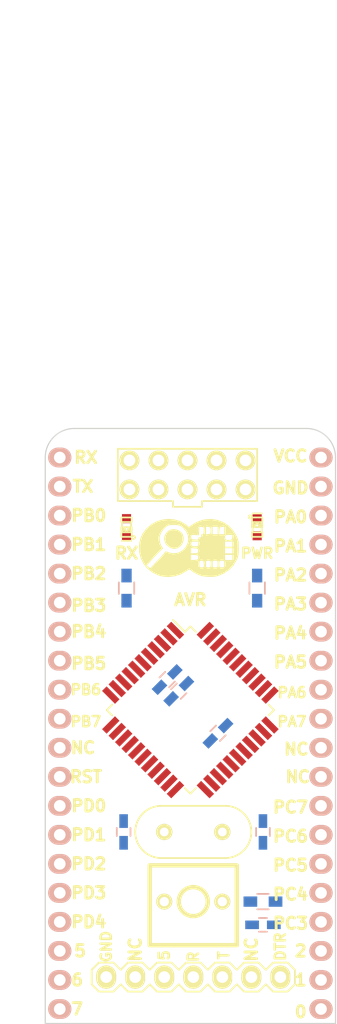
<source format=kicad_pcb>
(kicad_pcb (version 4) (host pcbnew "(2015-01-16 BZR 5376)-product")

  (general
    (links 81)
    (no_connects 81)
    (area 180.34 70.81 212.013762 162.879)
    (thickness 1.6)
    (drawings 61)
    (tracks 0)
    (zones 0)
    (modules 21)
    (nets 47)
  )

  (page A3)
  (layers
    (0 F.Cu signal)
    (31 B.Cu signal)
    (32 B.Adhes user)
    (33 F.Adhes user)
    (34 B.Paste user)
    (35 F.Paste user)
    (36 B.SilkS user)
    (37 F.SilkS user)
    (38 B.Mask user)
    (39 F.Mask user)
    (40 Dwgs.User user)
    (41 Cmts.User user)
    (42 Eco1.User user)
    (43 Eco2.User user)
    (44 Edge.Cuts user)
  )

  (setup
    (last_trace_width 0.254)
    (user_trace_width 0.508)
    (user_trace_width 0.635)
    (user_trace_width 0.762)
    (user_trace_width 0.889)
    (user_trace_width 1.016)
    (user_trace_width 1.143)
    (user_trace_width 1.27)
    (trace_clearance 0.254)
    (zone_clearance 0.508)
    (zone_45_only no)
    (trace_min 0.254)
    (segment_width 0.2)
    (edge_width 0.1)
    (via_size 0.889)
    (via_drill 0.635)
    (via_min_size 0.889)
    (via_min_drill 0.508)
    (user_via 1.27 0.8)
    (uvia_size 0.508)
    (uvia_drill 0.127)
    (uvias_allowed no)
    (uvia_min_size 0.508)
    (uvia_min_drill 0.127)
    (pcb_text_width 0.3)
    (pcb_text_size 1.5 1.5)
    (mod_edge_width 0.15)
    (mod_text_size 1 1)
    (mod_text_width 0.15)
    (pad_size 2.032 1.7272)
    (pad_drill 1.016)
    (pad_to_mask_clearance 0)
    (aux_axis_origin 0 0)
    (visible_elements 7FFEF7FF)
    (pcbplotparams
      (layerselection 0x00030_80000001)
      (usegerberextensions true)
      (excludeedgelayer true)
      (linewidth 0.150000)
      (plotframeref false)
      (viasonmask false)
      (mode 1)
      (useauxorigin false)
      (hpglpennumber 1)
      (hpglpenspeed 20)
      (hpglpendiameter 15)
      (hpglpenoverlay 2)
      (psnegative false)
      (psa4output false)
      (plotreference true)
      (plotvalue true)
      (plotinvisibletext false)
      (padsonsilk false)
      (subtractmaskfromsilk false)
      (outputformat 1)
      (mirror false)
      (drillshape 1)
      (scaleselection 1)
      (outputdirectory ""))
  )

  (net 0 "")
  (net 1 /+5V)
  (net 2 /MISO)
  (net 3 /MOSI)
  (net 4 /RX)
  (net 5 /SCK)
  (net 6 /TX)
  (net 7 /rst)
  (net 8 GND)
  (net 9 "Net-(C1-Pad2)")
  (net 10 "Net-(C2-Pad2)")
  (net 11 "Net-(C3-Pad2)")
  (net 12 "Net-(D1-Pad1)")
  (net 13 "Net-(IC1-Pad19)")
  (net 14 "Net-(IC1-Pad20)")
  (net 15 "Net-(IC1-Pad21)")
  (net 16 "Net-(IC1-Pad22)")
  (net 17 "Net-(IC1-Pad23)")
  (net 18 "Net-(IC1-Pad24)")
  (net 19 "Net-(IC1-Pad25)")
  (net 20 "Net-(IC1-Pad26)")
  (net 21 "Net-(IC1-Pad33)")
  (net 22 "Net-(IC1-Pad34)")
  (net 23 "Net-(IC1-Pad35)")
  (net 24 "Net-(IC1-Pad36)")
  (net 25 "Net-(IC1-Pad37)")
  (net 26 "Net-(IC1-Pad40)")
  (net 27 "Net-(P1-Pad3)")
  (net 28 "Net-(P2-Pad1)")
  (net 29 "Net-(P4-Pad10)")
  (net 30 "Net-(P6-Pad2)")
  (net 31 "Net-(P6-Pad6)")
  (net 32 "Net-(D3-Pad2)")
  (net 33 "Net-(IC1-Pad12)")
  (net 34 "Net-(IC1-Pad13)")
  (net 35 "Net-(IC1-Pad14)")
  (net 36 "Net-(IC1-Pad15)")
  (net 37 "Net-(IC1-Pad16)")
  (net 38 "Net-(IC1-Pad30)")
  (net 39 "Net-(IC1-Pad31)")
  (net 40 "Net-(IC1-Pad32)")
  (net 41 "Net-(IC1-Pad41)")
  (net 42 "Net-(IC1-Pad42)")
  (net 43 "Net-(IC1-Pad43)")
  (net 44 "Net-(IC1-Pad44)")
  (net 45 "Net-(IC1-Pad11)")
  (net 46 "Net-(P4-Pad9)")

  (net_class Default "This is the default net class."
    (clearance 0.254)
    (trace_width 0.254)
    (via_dia 0.889)
    (via_drill 0.635)
    (uvia_dia 0.508)
    (uvia_drill 0.127)
    (add_net /+5V)
    (add_net /MISO)
    (add_net /MOSI)
    (add_net /RX)
    (add_net /SCK)
    (add_net /TX)
    (add_net /rst)
    (add_net GND)
    (add_net "Net-(C1-Pad2)")
    (add_net "Net-(C2-Pad2)")
    (add_net "Net-(C3-Pad2)")
    (add_net "Net-(D1-Pad1)")
    (add_net "Net-(D3-Pad2)")
    (add_net "Net-(IC1-Pad11)")
    (add_net "Net-(IC1-Pad12)")
    (add_net "Net-(IC1-Pad13)")
    (add_net "Net-(IC1-Pad14)")
    (add_net "Net-(IC1-Pad15)")
    (add_net "Net-(IC1-Pad16)")
    (add_net "Net-(IC1-Pad19)")
    (add_net "Net-(IC1-Pad20)")
    (add_net "Net-(IC1-Pad21)")
    (add_net "Net-(IC1-Pad22)")
    (add_net "Net-(IC1-Pad23)")
    (add_net "Net-(IC1-Pad24)")
    (add_net "Net-(IC1-Pad25)")
    (add_net "Net-(IC1-Pad26)")
    (add_net "Net-(IC1-Pad30)")
    (add_net "Net-(IC1-Pad31)")
    (add_net "Net-(IC1-Pad32)")
    (add_net "Net-(IC1-Pad33)")
    (add_net "Net-(IC1-Pad34)")
    (add_net "Net-(IC1-Pad35)")
    (add_net "Net-(IC1-Pad36)")
    (add_net "Net-(IC1-Pad37)")
    (add_net "Net-(IC1-Pad40)")
    (add_net "Net-(IC1-Pad41)")
    (add_net "Net-(IC1-Pad42)")
    (add_net "Net-(IC1-Pad43)")
    (add_net "Net-(IC1-Pad44)")
    (add_net "Net-(P1-Pad3)")
    (add_net "Net-(P2-Pad1)")
    (add_net "Net-(P4-Pad10)")
    (add_net "Net-(P4-Pad9)")
    (add_net "Net-(P6-Pad2)")
    (add_net "Net-(P6-Pad6)")
  )

  (module Pin_Headers:Pin_Header_Straight_1x10 (layer B.Cu) (tedit 579605D3) (tstamp 5795D415)
    (at 208.28 158.75)
    (descr "Through hole pin header")
    (tags "pin header")
    (path /54F69C14)
    (fp_text reference P4 (at -3.048 0) (layer B.SilkS) hide
      (effects (font (size 1 1) (thickness 0.15)) (justify mirror))
    )
    (fp_text value CONN_10 (at 0 3.1) (layer B.Fab)
      (effects (font (size 1 1) (thickness 0.15)) (justify mirror))
    )
    (pad 1 thru_hole oval (at 0 0) (size 2.032 1.7272) (drill 1.016) (layers *.Cu *.Mask B.SilkS)
      (net 13 "Net-(IC1-Pad19)"))
    (pad 2 thru_hole oval (at 0 -2.54) (size 2.032 1.7272) (drill 1.016) (layers *.Cu *.Mask B.SilkS)
      (net 14 "Net-(IC1-Pad20)"))
    (pad 3 thru_hole oval (at 0 -5.08) (size 2.032 1.7272) (drill 1.016) (layers *.Cu *.Mask B.SilkS)
      (net 15 "Net-(IC1-Pad21)"))
    (pad 4 thru_hole oval (at 0 -7.62) (size 2.032 1.7272) (drill 1.016) (layers *.Cu *.Mask B.SilkS)
      (net 16 "Net-(IC1-Pad22)"))
    (pad 5 thru_hole oval (at 0 -10.16) (size 2.032 1.7272) (drill 1.016) (layers *.Cu *.Mask B.SilkS)
      (net 17 "Net-(IC1-Pad23)"))
    (pad 6 thru_hole oval (at 0 -12.7) (size 2.032 1.7272) (drill 1.016) (layers *.Cu *.Mask B.SilkS)
      (net 18 "Net-(IC1-Pad24)"))
    (pad 7 thru_hole oval (at 0 -15.24) (size 2.032 1.7272) (drill 1.016) (layers *.Cu *.Mask B.SilkS)
      (net 19 "Net-(IC1-Pad25)"))
    (pad 8 thru_hole oval (at 0 -17.78) (size 2.032 1.7272) (drill 1.016) (layers *.Cu *.Mask B.SilkS)
      (net 20 "Net-(IC1-Pad26)"))
    (pad 9 thru_hole oval (at 0 -20.32) (size 2.032 1.7272) (drill 1.016) (layers *.Cu *.Mask B.SilkS)
      (net 46 "Net-(P4-Pad9)"))
    (pad 10 thru_hole oval (at 0 -22.86) (size 2.032 1.7272) (drill 1.016) (layers *.Cu *.Mask B.SilkS)
      (net 29 "Net-(P4-Pad10)"))
    (model Pin_Headers/Pin_Header_Straight_1x10.wrl
      (at (xyz 0 -0.45 0))
      (scale (xyz 1 1 1))
      (rotate (xyz 0 0 90))
    )
  )

  (module Pin_Headers:Pin_Header_Straight_1x10 (layer B.Cu) (tedit 5795F62F) (tstamp 5795D3E5)
    (at 185.42 135.89 180)
    (descr "Through hole pin header")
    (tags "pin header")
    (path /54F69BEF)
    (fp_text reference P2 (at 0 5.1 180) (layer B.SilkS) hide
      (effects (font (size 1 1) (thickness 0.15)) (justify mirror))
    )
    (fp_text value CONN_10 (at 0 3.1 180) (layer B.Fab)
      (effects (font (size 1 1) (thickness 0.15)) (justify mirror))
    )
    (pad 1 thru_hole oval (at 0 0 180) (size 2.032 1.7272) (drill 1.016) (layers *.Cu *.Mask B.SilkS)
      (net 28 "Net-(P2-Pad1)"))
    (pad 2 thru_hole oval (at 0 -2.54 180) (size 2.032 1.7272) (drill 1.016) (layers *.Cu *.Mask B.SilkS)
      (net 7 /rst))
    (pad 3 thru_hole oval (at 0 -5.08 180) (size 2.032 1.7272) (drill 1.016) (layers *.Cu *.Mask B.SilkS)
      (net 4 /RX))
    (pad 4 thru_hole oval (at 0 -7.62 180) (size 2.032 1.7272) (drill 1.016) (layers *.Cu *.Mask B.SilkS)
      (net 6 /TX))
    (pad 5 thru_hole oval (at 0 -10.16 180) (size 2.032 1.7272) (drill 1.016) (layers *.Cu *.Mask B.SilkS)
      (net 45 "Net-(IC1-Pad11)"))
    (pad 6 thru_hole oval (at 0 -12.7 180) (size 2.032 1.7272) (drill 1.016) (layers *.Cu *.Mask B.SilkS)
      (net 33 "Net-(IC1-Pad12)"))
    (pad 7 thru_hole oval (at 0 -15.24 180) (size 2.032 1.7272) (drill 1.016) (layers *.Cu *.Mask B.SilkS)
      (net 34 "Net-(IC1-Pad13)"))
    (pad 8 thru_hole oval (at 0 -17.78 180) (size 2.032 1.7272) (drill 1.016) (layers *.Cu *.Mask B.SilkS)
      (net 35 "Net-(IC1-Pad14)"))
    (pad 9 thru_hole oval (at 0 -20.32 180) (size 2.032 1.7272) (drill 1.016) (layers *.Cu *.Mask B.SilkS)
      (net 36 "Net-(IC1-Pad15)"))
    (pad 10 thru_hole oval (at 0 -22.86 180) (size 2.032 1.7272) (drill 1.016) (layers *.Cu *.Mask B.SilkS)
      (net 37 "Net-(IC1-Pad16)"))
    (model Pin_Headers/Pin_Header_Straight_1x10.wrl
      (at (xyz 0 -0.45 0))
      (scale (xyz 1 1 1))
      (rotate (xyz 0 0 90))
    )
  )

  (module Pin_Headers:Pin_Header_Straight_1x10 (layer B.Cu) (tedit 579605CC) (tstamp 5795D3FD)
    (at 208.28 110.49 180)
    (descr "Through hole pin header")
    (tags "pin header")
    (path /54F1DC84)
    (fp_text reference P3 (at 1.778 1.27 180) (layer B.SilkS) hide
      (effects (font (size 1 1) (thickness 0.15)) (justify mirror))
    )
    (fp_text value CONN_10 (at 0 3.1 180) (layer B.Fab)
      (effects (font (size 1 1) (thickness 0.15)) (justify mirror))
    )
    (pad 1 thru_hole oval (at 0 0 180) (size 2.032 1.7272) (drill 1.016) (layers *.Cu *.Mask B.SilkS)
      (net 1 /+5V))
    (pad 2 thru_hole oval (at 0 -2.54 180) (size 2.032 1.7272) (drill 1.016) (layers *.Cu *.Mask B.SilkS)
      (net 8 GND))
    (pad 3 thru_hole oval (at 0 -5.08 180) (size 2.032 1.7272) (drill 1.016) (layers *.Cu *.Mask B.SilkS)
      (net 25 "Net-(IC1-Pad37)"))
    (pad 4 thru_hole oval (at 0 -7.62 180) (size 2.032 1.7272) (drill 1.016) (layers *.Cu *.Mask B.SilkS)
      (net 24 "Net-(IC1-Pad36)"))
    (pad 5 thru_hole oval (at 0 -10.16 180) (size 2.032 1.7272) (drill 1.016) (layers *.Cu *.Mask B.SilkS)
      (net 23 "Net-(IC1-Pad35)"))
    (pad 6 thru_hole oval (at 0 -12.7 180) (size 2.032 1.7272) (drill 1.016) (layers *.Cu *.Mask B.SilkS)
      (net 22 "Net-(IC1-Pad34)"))
    (pad 7 thru_hole oval (at 0 -15.24 180) (size 2.032 1.7272) (drill 1.016) (layers *.Cu *.Mask B.SilkS)
      (net 21 "Net-(IC1-Pad33)"))
    (pad 8 thru_hole oval (at 0 -17.78 180) (size 2.032 1.7272) (drill 1.016) (layers *.Cu *.Mask B.SilkS)
      (net 40 "Net-(IC1-Pad32)"))
    (pad 9 thru_hole oval (at 0 -20.32 180) (size 2.032 1.7272) (drill 1.016) (layers *.Cu *.Mask B.SilkS)
      (net 39 "Net-(IC1-Pad31)"))
    (pad 10 thru_hole oval (at 0 -22.86 180) (size 2.032 1.7272) (drill 1.016) (layers *.Cu *.Mask B.SilkS)
      (net 38 "Net-(IC1-Pad30)"))
    (model Pin_Headers/Pin_Header_Straight_1x10.wrl
      (at (xyz 0 -0.45 0))
      (scale (xyz 1 1 1))
      (rotate (xyz 0 0 90))
    )
  )

  (module Pin_Headers:Pin_Header_Straight_1x10 (layer B.Cu) (tedit 579605D0) (tstamp 5795FE3D)
    (at 185.42 110.49 180)
    (descr "Through hole pin header")
    (tags "pin header")
    (path /54F1DC1E)
    (fp_text reference P5 (at -2.032 0.762 180) (layer B.SilkS) hide
      (effects (font (size 1 1) (thickness 0.15)) (justify mirror))
    )
    (fp_text value CONN_10 (at 0 3.1 180) (layer B.Fab)
      (effects (font (size 1 1) (thickness 0.15)) (justify mirror))
    )
    (pad 1 thru_hole oval (at 0 0 180) (size 2.032 1.7272) (drill 1.016) (layers *.Cu *.Mask B.SilkS)
      (net 4 /RX))
    (pad 2 thru_hole oval (at 0 -2.54 180) (size 2.032 1.7272) (drill 1.016) (layers *.Cu *.Mask B.SilkS)
      (net 6 /TX))
    (pad 3 thru_hole oval (at 0 -5.08 180) (size 2.032 1.7272) (drill 1.016) (layers *.Cu *.Mask B.SilkS)
      (net 26 "Net-(IC1-Pad40)"))
    (pad 4 thru_hole oval (at 0 -7.62 180) (size 2.032 1.7272) (drill 1.016) (layers *.Cu *.Mask B.SilkS)
      (net 41 "Net-(IC1-Pad41)"))
    (pad 5 thru_hole oval (at 0 -10.16 180) (size 2.032 1.7272) (drill 1.016) (layers *.Cu *.Mask B.SilkS)
      (net 42 "Net-(IC1-Pad42)"))
    (pad 6 thru_hole oval (at 0 -12.7 180) (size 2.032 1.7272) (drill 1.016) (layers *.Cu *.Mask B.SilkS)
      (net 43 "Net-(IC1-Pad43)"))
    (pad 7 thru_hole oval (at 0 -15.24 180) (size 2.032 1.7272) (drill 1.016) (layers *.Cu *.Mask B.SilkS)
      (net 44 "Net-(IC1-Pad44)"))
    (pad 8 thru_hole oval (at 0 -17.78 180) (size 2.032 1.7272) (drill 1.016) (layers *.Cu *.Mask B.SilkS)
      (net 3 /MOSI))
    (pad 9 thru_hole oval (at 0 -20.32 180) (size 2.032 1.7272) (drill 1.016) (layers *.Cu *.Mask B.SilkS)
      (net 2 /MISO))
    (pad 10 thru_hole oval (at 0 -22.86 180) (size 2.032 1.7272) (drill 1.016) (layers *.Cu *.Mask B.SilkS)
      (net 5 /SCK))
    (model Pin_Headers/Pin_Header_Straight_1x10.wrl
      (at (xyz 0 -0.45 0))
      (scale (xyz 1 1 1))
      (rotate (xyz 0 0 90))
    )
  )

  (module Pin_Headers:Pin_Header_Straight_2x05 (layer F.Cu) (tedit 5795F63F) (tstamp 5795FB5C)
    (at 191.516 113.284 90)
    (descr "Through hole pin header")
    (tags "pin header")
    (path /54F1C123)
    (fp_text reference P1 (at 0 -5.1 90) (layer F.SilkS) hide
      (effects (font (size 1 1) (thickness 0.15)))
    )
    (fp_text value CONN_5X2 (at 0 -3.1 90) (layer F.Fab)
      (effects (font (size 1 1) (thickness 0.15)))
    )
    (fp_line (start -1.524 6.096) (end -1.524 6.35) (layer F.SilkS) (width 0.15))
    (fp_line (start -1.524 6.35) (end -1.016 6.35) (layer F.SilkS) (width 0.15))
    (fp_line (start -1.016 6.35) (end -1.016 11.176) (layer F.SilkS) (width 0.15))
    (fp_line (start -1.524 4.064) (end -1.524 3.81) (layer F.SilkS) (width 0.15))
    (fp_line (start -1.524 3.81) (end -1.016 3.81) (layer F.SilkS) (width 0.15))
    (fp_line (start -1.016 3.81) (end -1.016 -1.016) (layer F.SilkS) (width 0.15))
    (fp_line (start -1.524 4.064) (end -1.524 6.096) (layer F.SilkS) (width 0.15))
    (fp_line (start -1.016 -1.016) (end 3.556 -1.016) (layer F.SilkS) (width 0.15))
    (fp_line (start 3.556 -1.016) (end 3.556 11.176) (layer F.SilkS) (width 0.15))
    (fp_line (start 3.556 11.176) (end -1.016 11.176) (layer F.SilkS) (width 0.15))
    (pad 1 thru_hole oval (at 0 0 90) (size 1.7272 1.7272) (drill 1.016) (layers *.Cu *.Mask F.SilkS)
      (net 3 /MOSI))
    (pad 2 thru_hole oval (at 2.54 0 90) (size 1.7272 1.7272) (drill 1.016) (layers *.Cu *.Mask F.SilkS)
      (net 1 /+5V))
    (pad 3 thru_hole oval (at 0 2.54 90) (size 1.7272 1.7272) (drill 1.016) (layers *.Cu *.Mask F.SilkS)
      (net 27 "Net-(P1-Pad3)"))
    (pad 4 thru_hole oval (at 2.54 2.54 90) (size 1.7272 1.7272) (drill 1.016) (layers *.Cu *.Mask F.SilkS)
      (net 8 GND))
    (pad 5 thru_hole oval (at 0 5.08 90) (size 1.7272 1.7272) (drill 1.016) (layers *.Cu *.Mask F.SilkS)
      (net 7 /rst))
    (pad 6 thru_hole oval (at 2.54 5.08 90) (size 1.7272 1.7272) (drill 1.016) (layers *.Cu *.Mask F.SilkS)
      (net 8 GND))
    (pad 7 thru_hole oval (at 0 7.62 90) (size 1.7272 1.7272) (drill 1.016) (layers *.Cu *.Mask F.SilkS)
      (net 5 /SCK))
    (pad 8 thru_hole oval (at 2.54 7.62 90) (size 1.7272 1.7272) (drill 1.016) (layers *.Cu *.Mask F.SilkS)
      (net 8 GND))
    (pad 9 thru_hole oval (at 0 10.16 90) (size 1.7272 1.7272) (drill 1.016) (layers *.Cu *.Mask F.SilkS)
      (net 2 /MISO))
    (pad 10 thru_hole oval (at 2.54 10.16 90) (size 1.7272 1.7272) (drill 1.016) (layers *.Cu *.Mask F.SilkS)
      (net 8 GND))
    (model Pin_Headers/Pin_Header_Straight_2x05.wrl
      (at (xyz 0.05 -0.2 0))
      (scale (xyz 1 1 1))
      (rotate (xyz 0 0 90))
    )
  )

  (module Pin_Headers:Pin_Header_Straight_1x07 (layer F.Cu) (tedit 579605D8) (tstamp 5795D445)
    (at 189.484 155.956 90)
    (descr "Through hole pin header")
    (tags "pin header")
    (path /556AD000)
    (fp_text reference P6 (at -2.794 -1.27 180) (layer F.SilkS) hide
      (effects (font (size 1 1) (thickness 0.15)))
    )
    (fp_text value CONN_7 (at 0 -3.1 90) (layer F.Fab)
      (effects (font (size 1 1) (thickness 0.15)))
    )
    (fp_line (start -0.635 16.51) (end 0.635 16.51) (layer F.SilkS) (width 0.15))
    (fp_line (start 0.635 16.51) (end 1.27 15.875) (layer F.SilkS) (width 0.15))
    (fp_line (start 1.27 15.875) (end 1.27 14.605) (layer F.SilkS) (width 0.15))
    (fp_line (start 1.27 14.605) (end 0.635 13.97) (layer F.SilkS) (width 0.15))
    (fp_line (start 0.635 13.97) (end 1.27 13.335) (layer F.SilkS) (width 0.15))
    (fp_line (start 1.27 13.335) (end 1.27 12.065) (layer F.SilkS) (width 0.15))
    (fp_line (start 1.27 12.065) (end 0.635 11.43) (layer F.SilkS) (width 0.15))
    (fp_line (start 0.635 11.43) (end 1.27 10.795) (layer F.SilkS) (width 0.15))
    (fp_line (start 1.27 10.795) (end 1.27 9.525) (layer F.SilkS) (width 0.15))
    (fp_line (start 1.27 9.525) (end 0.635 8.89) (layer F.SilkS) (width 0.15))
    (fp_line (start 0.635 8.89) (end 1.27 8.255) (layer F.SilkS) (width 0.15))
    (fp_line (start 1.27 8.255) (end 1.27 6.985) (layer F.SilkS) (width 0.15))
    (fp_line (start 1.27 6.985) (end 0.635 6.35) (layer F.SilkS) (width 0.15))
    (fp_line (start 0.635 6.35) (end 1.27 5.715) (layer F.SilkS) (width 0.15))
    (fp_line (start 1.27 5.715) (end 1.27 4.445) (layer F.SilkS) (width 0.15))
    (fp_line (start 1.27 4.445) (end 0.635 3.81) (layer F.SilkS) (width 0.15))
    (fp_line (start 0.635 3.81) (end 1.27 3.175) (layer F.SilkS) (width 0.15))
    (fp_line (start 1.27 3.175) (end 1.27 1.905) (layer F.SilkS) (width 0.15))
    (fp_line (start 1.27 1.905) (end 0.635 1.27) (layer F.SilkS) (width 0.15))
    (fp_line (start 0.635 1.27) (end 1.27 0.635) (layer F.SilkS) (width 0.15))
    (fp_line (start 1.27 0.635) (end 1.27 -0.635) (layer F.SilkS) (width 0.15))
    (fp_line (start 1.27 -0.635) (end 0.635 -1.27) (layer F.SilkS) (width 0.15))
    (fp_line (start 0.635 -1.27) (end -0.635 -1.27) (layer F.SilkS) (width 0.15))
    (fp_line (start -0.635 -1.27) (end -1.27 -0.635) (layer F.SilkS) (width 0.15))
    (fp_line (start -1.27 -0.635) (end -1.27 0.635) (layer F.SilkS) (width 0.15))
    (fp_line (start -1.27 0.635) (end -0.635 1.27) (layer F.SilkS) (width 0.15))
    (fp_line (start -0.635 1.27) (end -1.27 1.905) (layer F.SilkS) (width 0.15))
    (fp_line (start -1.27 1.905) (end -1.27 3.175) (layer F.SilkS) (width 0.15))
    (fp_line (start -1.27 3.175) (end -0.635 3.81) (layer F.SilkS) (width 0.15))
    (fp_line (start -0.635 3.81) (end -1.27 4.445) (layer F.SilkS) (width 0.15))
    (fp_line (start -1.27 4.445) (end -1.27 5.715) (layer F.SilkS) (width 0.15))
    (fp_line (start -1.27 5.715) (end -0.635 6.35) (layer F.SilkS) (width 0.15))
    (fp_line (start -0.635 6.35) (end -1.27 6.985) (layer F.SilkS) (width 0.15))
    (fp_line (start -1.27 6.985) (end -1.27 8.255) (layer F.SilkS) (width 0.15))
    (fp_line (start -1.27 8.255) (end -0.635 8.89) (layer F.SilkS) (width 0.15))
    (fp_line (start -0.635 8.89) (end -1.27 9.525) (layer F.SilkS) (width 0.15))
    (fp_line (start -1.27 9.525) (end -1.27 10.795) (layer F.SilkS) (width 0.15))
    (fp_line (start -1.27 10.795) (end -0.635 11.43) (layer F.SilkS) (width 0.15))
    (fp_line (start -0.635 11.43) (end -1.27 12.065) (layer F.SilkS) (width 0.15))
    (fp_line (start -1.27 12.065) (end -1.27 13.335) (layer F.SilkS) (width 0.15))
    (fp_line (start -1.27 13.335) (end -0.635 13.97) (layer F.SilkS) (width 0.15))
    (fp_line (start -0.635 13.97) (end -1.27 14.605) (layer F.SilkS) (width 0.15))
    (fp_line (start -1.27 14.605) (end -1.27 15.875) (layer F.SilkS) (width 0.15))
    (fp_line (start -1.27 15.875) (end -0.635 16.51) (layer F.SilkS) (width 0.15))
    (pad 1 thru_hole oval (at 0 0 90) (size 2.032 1.7272) (drill 1.016) (layers *.Cu *.Mask F.SilkS)
      (net 8 GND))
    (pad 2 thru_hole oval (at 0 2.54 90) (size 2.032 1.7272) (drill 1.016) (layers *.Cu *.Mask F.SilkS)
      (net 30 "Net-(P6-Pad2)"))
    (pad 3 thru_hole oval (at 0 5.08 90) (size 2.032 1.7272) (drill 1.016) (layers *.Cu *.Mask F.SilkS)
      (net 1 /+5V))
    (pad 4 thru_hole oval (at 0 7.62 90) (size 2.032 1.7272) (drill 1.016) (layers *.Cu *.Mask F.SilkS)
      (net 4 /RX))
    (pad 5 thru_hole oval (at 0 10.16 90) (size 2.032 1.7272) (drill 1.016) (layers *.Cu *.Mask F.SilkS)
      (net 6 /TX))
    (pad 6 thru_hole oval (at 0 12.7 90) (size 2.032 1.7272) (drill 1.016) (layers *.Cu *.Mask F.SilkS)
      (net 31 "Net-(P6-Pad6)"))
    (pad 7 thru_hole oval (at 0 15.24 90) (size 2.032 1.7272) (drill 1.016) (layers *.Cu *.Mask F.SilkS)
      (net 9 "Net-(C1-Pad2)"))
    (model Pin_Headers/Pin_Header_Angled_1x07.wrl
      (at (xyz 0 -0.3 0))
      (scale (xyz 1 1 1))
      (rotate (xyz 0 0 -90))
    )
  )

  (module Capacitors_SMD:C_0603_HandSoldering (layer B.Cu) (tedit 5795F624) (tstamp 5795D30A)
    (at 203.2 151.384)
    (descr "Capacitor SMD 0603, hand soldering")
    (tags "capacitor 0603")
    (path /5795D1FA)
    (attr smd)
    (fp_text reference C1 (at 0 1.9) (layer B.SilkS) hide
      (effects (font (size 1 1) (thickness 0.15)) (justify mirror))
    )
    (fp_text value 0.1uF (at 0 -1.9) (layer B.Fab)
      (effects (font (size 1 1) (thickness 0.15)) (justify mirror))
    )
    (fp_line (start -1.85 0.75) (end 1.85 0.75) (layer B.CrtYd) (width 0.05))
    (fp_line (start -1.85 -0.75) (end 1.85 -0.75) (layer B.CrtYd) (width 0.05))
    (fp_line (start -1.85 0.75) (end -1.85 -0.75) (layer B.CrtYd) (width 0.05))
    (fp_line (start 1.85 0.75) (end 1.85 -0.75) (layer B.CrtYd) (width 0.05))
    (fp_line (start -0.35 0.6) (end 0.35 0.6) (layer B.SilkS) (width 0.15))
    (fp_line (start 0.35 -0.6) (end -0.35 -0.6) (layer B.SilkS) (width 0.15))
    (pad 1 smd rect (at -0.95 0) (size 1.2 0.75) (layers B.Cu B.Paste B.Mask)
      (net 7 /rst))
    (pad 2 smd rect (at 0.95 0) (size 1.2 0.75) (layers B.Cu B.Paste B.Mask)
      (net 9 "Net-(C1-Pad2)"))
    (model Capacitors_SMD.3dshapes/C_0603_HandSoldering.wrl
      (at (xyz 0 0 0))
      (scale (xyz 1 1 1))
      (rotate (xyz 0 0 0))
    )
  )

  (module Capacitors_SMD:C_0603_HandSoldering (layer B.Cu) (tedit 5795F61A) (tstamp 5795D30B)
    (at 191.008 143.256 90)
    (descr "Capacitor SMD 0603, hand soldering")
    (tags "capacitor 0603")
    (path /54F1C167)
    (attr smd)
    (fp_text reference C2 (at 0 1.9 90) (layer B.SilkS) hide
      (effects (font (size 1 1) (thickness 0.15)) (justify mirror))
    )
    (fp_text value 22pF (at 0 -1.9 90) (layer B.Fab)
      (effects (font (size 1 1) (thickness 0.15)) (justify mirror))
    )
    (fp_line (start -1.85 0.75) (end 1.85 0.75) (layer B.CrtYd) (width 0.05))
    (fp_line (start -1.85 -0.75) (end 1.85 -0.75) (layer B.CrtYd) (width 0.05))
    (fp_line (start -1.85 0.75) (end -1.85 -0.75) (layer B.CrtYd) (width 0.05))
    (fp_line (start 1.85 0.75) (end 1.85 -0.75) (layer B.CrtYd) (width 0.05))
    (fp_line (start -0.35 0.6) (end 0.35 0.6) (layer B.SilkS) (width 0.15))
    (fp_line (start 0.35 -0.6) (end -0.35 -0.6) (layer B.SilkS) (width 0.15))
    (pad 1 smd rect (at -0.95 0 90) (size 1.2 0.75) (layers B.Cu B.Paste B.Mask)
      (net 8 GND))
    (pad 2 smd rect (at 0.95 0 90) (size 1.2 0.75) (layers B.Cu B.Paste B.Mask)
      (net 10 "Net-(C2-Pad2)"))
    (model Capacitors_SMD.3dshapes/C_0603_HandSoldering.wrl
      (at (xyz 0 0 0))
      (scale (xyz 1 1 1))
      (rotate (xyz 0 0 0))
    )
  )

  (module Capacitors_SMD:C_0603_HandSoldering (layer B.Cu) (tedit 5795F617) (tstamp 5795D316)
    (at 203.2 143.256 270)
    (descr "Capacitor SMD 0603, hand soldering")
    (tags "capacitor 0603")
    (path /54F1C106)
    (attr smd)
    (fp_text reference C3 (at 0 1.9 270) (layer B.SilkS) hide
      (effects (font (size 1 1) (thickness 0.15)) (justify mirror))
    )
    (fp_text value 22pF (at 0 -1.9 270) (layer B.Fab)
      (effects (font (size 1 1) (thickness 0.15)) (justify mirror))
    )
    (fp_line (start -1.85 0.75) (end 1.85 0.75) (layer B.CrtYd) (width 0.05))
    (fp_line (start -1.85 -0.75) (end 1.85 -0.75) (layer B.CrtYd) (width 0.05))
    (fp_line (start -1.85 0.75) (end -1.85 -0.75) (layer B.CrtYd) (width 0.05))
    (fp_line (start 1.85 0.75) (end 1.85 -0.75) (layer B.CrtYd) (width 0.05))
    (fp_line (start -0.35 0.6) (end 0.35 0.6) (layer B.SilkS) (width 0.15))
    (fp_line (start 0.35 -0.6) (end -0.35 -0.6) (layer B.SilkS) (width 0.15))
    (pad 1 smd rect (at -0.95 0 270) (size 1.2 0.75) (layers B.Cu B.Paste B.Mask)
      (net 8 GND))
    (pad 2 smd rect (at 0.95 0 270) (size 1.2 0.75) (layers B.Cu B.Paste B.Mask)
      (net 11 "Net-(C3-Pad2)"))
    (model Capacitors_SMD.3dshapes/C_0603_HandSoldering.wrl
      (at (xyz 0 0 0))
      (scale (xyz 1 1 1))
      (rotate (xyz 0 0 0))
    )
  )

  (module Capacitors_SMD:C_0603_HandSoldering (layer B.Cu) (tedit 5795F660) (tstamp 5795D321)
    (at 194.818 129.921 225)
    (descr "Capacitor SMD 0603, hand soldering")
    (tags "capacitor 0603")
    (path /54F1C148)
    (attr smd)
    (fp_text reference C4 (at 0 1.9 225) (layer B.SilkS) hide
      (effects (font (size 1 1) (thickness 0.15)) (justify mirror))
    )
    (fp_text value 0.1uF (at 0 -1.9 225) (layer B.Fab)
      (effects (font (size 1 1) (thickness 0.15)) (justify mirror))
    )
    (fp_line (start -1.85 0.75) (end 1.85 0.75) (layer B.CrtYd) (width 0.05))
    (fp_line (start -1.85 -0.75) (end 1.85 -0.75) (layer B.CrtYd) (width 0.05))
    (fp_line (start -1.85 0.75) (end -1.85 -0.75) (layer B.CrtYd) (width 0.05))
    (fp_line (start 1.85 0.75) (end 1.85 -0.75) (layer B.CrtYd) (width 0.05))
    (fp_line (start -0.35 0.6) (end 0.35 0.6) (layer B.SilkS) (width 0.15))
    (fp_line (start 0.35 -0.6) (end -0.35 -0.6) (layer B.SilkS) (width 0.15))
    (pad 1 smd rect (at -0.95 0 225) (size 1.2 0.75) (layers B.Cu B.Paste B.Mask)
      (net 1 /+5V))
    (pad 2 smd rect (at 0.95 0 225) (size 1.2 0.75) (layers B.Cu B.Paste B.Mask)
      (net 8 GND))
    (model Capacitors_SMD.3dshapes/C_0603_HandSoldering.wrl
      (at (xyz 0 0 0))
      (scale (xyz 1 1 1))
      (rotate (xyz 0 0 0))
    )
  )

  (module Capacitors_SMD:C_0603_HandSoldering (layer B.Cu) (tedit 5795F659) (tstamp 5795D32C)
    (at 195.834 130.937 225)
    (descr "Capacitor SMD 0603, hand soldering")
    (tags "capacitor 0603")
    (path /54F1C1A0)
    (attr smd)
    (fp_text reference C5 (at 0 1.9 225) (layer B.SilkS) hide
      (effects (font (size 1 1) (thickness 0.15)) (justify mirror))
    )
    (fp_text value 0.1uF (at 0 -1.9 225) (layer B.Fab)
      (effects (font (size 1 1) (thickness 0.15)) (justify mirror))
    )
    (fp_line (start -1.85 0.75) (end 1.85 0.75) (layer B.CrtYd) (width 0.05))
    (fp_line (start -1.85 -0.75) (end 1.85 -0.75) (layer B.CrtYd) (width 0.05))
    (fp_line (start -1.85 0.75) (end -1.85 -0.75) (layer B.CrtYd) (width 0.05))
    (fp_line (start 1.85 0.75) (end 1.85 -0.75) (layer B.CrtYd) (width 0.05))
    (fp_line (start -0.35 0.6) (end 0.35 0.6) (layer B.SilkS) (width 0.15))
    (fp_line (start 0.35 -0.6) (end -0.35 -0.6) (layer B.SilkS) (width 0.15))
    (pad 1 smd rect (at -0.95 0 225) (size 1.2 0.75) (layers B.Cu B.Paste B.Mask)
      (net 1 /+5V))
    (pad 2 smd rect (at 0.95 0 225) (size 1.2 0.75) (layers B.Cu B.Paste B.Mask)
      (net 8 GND))
    (model Capacitors_SMD.3dshapes/C_0603_HandSoldering.wrl
      (at (xyz 0 0 0))
      (scale (xyz 1 1 1))
      (rotate (xyz 0 0 0))
    )
  )

  (module Capacitors_SMD:C_0603_HandSoldering (layer B.Cu) (tedit 5795F65C) (tstamp 5795D337)
    (at 199.263 134.62 225)
    (descr "Capacitor SMD 0603, hand soldering")
    (tags "capacitor 0603")
    (path /54F1C154)
    (attr smd)
    (fp_text reference C6 (at 0 1.9 225) (layer B.SilkS) hide
      (effects (font (size 1 1) (thickness 0.15)) (justify mirror))
    )
    (fp_text value 0.1uF (at 0 -1.9 225) (layer B.Fab)
      (effects (font (size 1 1) (thickness 0.15)) (justify mirror))
    )
    (fp_line (start -1.85 0.75) (end 1.85 0.75) (layer B.CrtYd) (width 0.05))
    (fp_line (start -1.85 -0.75) (end 1.85 -0.75) (layer B.CrtYd) (width 0.05))
    (fp_line (start -1.85 0.75) (end -1.85 -0.75) (layer B.CrtYd) (width 0.05))
    (fp_line (start 1.85 0.75) (end 1.85 -0.75) (layer B.CrtYd) (width 0.05))
    (fp_line (start -0.35 0.6) (end 0.35 0.6) (layer B.SilkS) (width 0.15))
    (fp_line (start 0.35 -0.6) (end -0.35 -0.6) (layer B.SilkS) (width 0.15))
    (pad 1 smd rect (at -0.95 0 225) (size 1.2 0.75) (layers B.Cu B.Paste B.Mask)
      (net 1 /+5V))
    (pad 2 smd rect (at 0.95 0 225) (size 1.2 0.75) (layers B.Cu B.Paste B.Mask)
      (net 8 GND))
    (model Capacitors_SMD.3dshapes/C_0603_HandSoldering.wrl
      (at (xyz 0 0 0))
      (scale (xyz 1 1 1))
      (rotate (xyz 0 0 0))
    )
  )

  (module EE:LED-0603_NEW (layer F.Cu) (tedit 5795F649) (tstamp 5795D342)
    (at 202.692 116.586 90)
    (descr "LED 0603 smd package")
    (tags "LED led 0603 SMD smd SMT smt smdled SMDLED smtled SMTLED")
    (path /54F94C1A)
    (attr smd)
    (fp_text reference D1 (at 0 -1.016 90) (layer F.SilkS) hide
      (effects (font (size 0.6 0.6) (thickness 0.15)))
    )
    (fp_text value LED (at -0.004144 1.514001 90) (layer F.SilkS) hide
      (effects (font (size 1 1) (thickness 0.15)))
    )
    (fp_line (start 1.2 -0.4) (end 1.2 0.4) (layer F.SilkS) (width 0.15))
    (fp_circle (center 0.9 -0.6) (end 1 -0.7) (layer F.SilkS) (width 0.15))
    (fp_line (start 0.44958 -0.44958) (end 0.44958 0.44958) (layer F.SilkS) (width 0.15))
    (fp_line (start 0.44958 0.44958) (end 0.84836 0.44958) (layer F.SilkS) (width 0.15))
    (fp_line (start 0.84836 -0.44958) (end 0.84836 0.44958) (layer F.SilkS) (width 0.15))
    (fp_line (start 0.44958 -0.44958) (end 0.84836 -0.44958) (layer F.SilkS) (width 0.15))
    (fp_line (start -0.84836 -0.44958) (end -0.84836 0.44958) (layer F.SilkS) (width 0.15))
    (fp_line (start -0.84836 0.44958) (end -0.44958 0.44958) (layer F.SilkS) (width 0.15))
    (fp_line (start -0.44958 -0.44958) (end -0.44958 0.44958) (layer F.SilkS) (width 0.15))
    (fp_line (start -0.84836 -0.44958) (end -0.44958 -0.44958) (layer F.SilkS) (width 0.15))
    (fp_line (start 0 -0.44958) (end 0 -0.29972) (layer F.SilkS) (width 0.15))
    (fp_line (start 0 -0.29972) (end 0.29972 -0.29972) (layer F.SilkS) (width 0.15))
    (fp_line (start 0.29972 -0.44958) (end 0.29972 -0.29972) (layer F.SilkS) (width 0.15))
    (fp_line (start 0 -0.44958) (end 0.29972 -0.44958) (layer F.SilkS) (width 0.15))
    (fp_line (start 0 0.29972) (end 0 0.44958) (layer F.SilkS) (width 0.15))
    (fp_line (start 0 0.44958) (end 0.29972 0.44958) (layer F.SilkS) (width 0.15))
    (fp_line (start 0.29972 0.29972) (end 0.29972 0.44958) (layer F.SilkS) (width 0.15))
    (fp_line (start 0 0.29972) (end 0.29972 0.29972) (layer F.SilkS) (width 0.15))
    (fp_line (start 0 -0.14986) (end 0 0.14986) (layer F.SilkS) (width 0.15))
    (fp_line (start 0 0.14986) (end 0.29972 0.14986) (layer F.SilkS) (width 0.15))
    (fp_line (start 0.29972 -0.14986) (end 0.29972 0.14986) (layer F.SilkS) (width 0.15))
    (fp_line (start 0 -0.14986) (end 0.29972 -0.14986) (layer F.SilkS) (width 0.15))
    (fp_line (start 0.44958 -0.39878) (end -0.44958 -0.39878) (layer F.SilkS) (width 0.15))
    (fp_line (start 0.44958 0.39878) (end -0.44958 0.39878) (layer F.SilkS) (width 0.15))
    (pad 1 smd rect (at -0.7493 0 90) (size 0.79756 0.79756) (layers F.Cu F.Paste F.Mask)
      (net 12 "Net-(D1-Pad1)"))
    (pad 2 smd rect (at 0.7493 0 90) (size 0.79756 0.79756) (layers F.Cu F.Paste F.Mask)
      (net 8 GND))
  )

  (module EE:LED-0603_NEW (layer F.Cu) (tedit 5795F645) (tstamp 5795D37C)
    (at 191.262 116.586 270)
    (descr "LED 0603 smd package")
    (tags "LED led 0603 SMD smd SMT smt smdled SMDLED smtled SMTLED")
    (path /5514EDCE)
    (attr smd)
    (fp_text reference D3 (at 0 -1.016 270) (layer F.SilkS) hide
      (effects (font (size 0.6 0.6) (thickness 0.15)))
    )
    (fp_text value LED (at -0.004144 1.514001 270) (layer F.SilkS) hide
      (effects (font (size 1 1) (thickness 0.15)))
    )
    (fp_line (start 1.2 -0.4) (end 1.2 0.4) (layer F.SilkS) (width 0.15))
    (fp_circle (center 0.9 -0.6) (end 1 -0.7) (layer F.SilkS) (width 0.15))
    (fp_line (start 0.44958 -0.44958) (end 0.44958 0.44958) (layer F.SilkS) (width 0.15))
    (fp_line (start 0.44958 0.44958) (end 0.84836 0.44958) (layer F.SilkS) (width 0.15))
    (fp_line (start 0.84836 -0.44958) (end 0.84836 0.44958) (layer F.SilkS) (width 0.15))
    (fp_line (start 0.44958 -0.44958) (end 0.84836 -0.44958) (layer F.SilkS) (width 0.15))
    (fp_line (start -0.84836 -0.44958) (end -0.84836 0.44958) (layer F.SilkS) (width 0.15))
    (fp_line (start -0.84836 0.44958) (end -0.44958 0.44958) (layer F.SilkS) (width 0.15))
    (fp_line (start -0.44958 -0.44958) (end -0.44958 0.44958) (layer F.SilkS) (width 0.15))
    (fp_line (start -0.84836 -0.44958) (end -0.44958 -0.44958) (layer F.SilkS) (width 0.15))
    (fp_line (start 0 -0.44958) (end 0 -0.29972) (layer F.SilkS) (width 0.15))
    (fp_line (start 0 -0.29972) (end 0.29972 -0.29972) (layer F.SilkS) (width 0.15))
    (fp_line (start 0.29972 -0.44958) (end 0.29972 -0.29972) (layer F.SilkS) (width 0.15))
    (fp_line (start 0 -0.44958) (end 0.29972 -0.44958) (layer F.SilkS) (width 0.15))
    (fp_line (start 0 0.29972) (end 0 0.44958) (layer F.SilkS) (width 0.15))
    (fp_line (start 0 0.44958) (end 0.29972 0.44958) (layer F.SilkS) (width 0.15))
    (fp_line (start 0.29972 0.29972) (end 0.29972 0.44958) (layer F.SilkS) (width 0.15))
    (fp_line (start 0 0.29972) (end 0.29972 0.29972) (layer F.SilkS) (width 0.15))
    (fp_line (start 0 -0.14986) (end 0 0.14986) (layer F.SilkS) (width 0.15))
    (fp_line (start 0 0.14986) (end 0.29972 0.14986) (layer F.SilkS) (width 0.15))
    (fp_line (start 0.29972 -0.14986) (end 0.29972 0.14986) (layer F.SilkS) (width 0.15))
    (fp_line (start 0 -0.14986) (end 0.29972 -0.14986) (layer F.SilkS) (width 0.15))
    (fp_line (start 0.44958 -0.39878) (end -0.44958 -0.39878) (layer F.SilkS) (width 0.15))
    (fp_line (start 0.44958 0.39878) (end -0.44958 0.39878) (layer F.SilkS) (width 0.15))
    (pad 1 smd rect (at -0.7493 0 270) (size 0.79756 0.79756) (layers F.Cu F.Paste F.Mask)
      (net 6 /TX))
    (pad 2 smd rect (at 0.7493 0 270) (size 0.79756 0.79756) (layers F.Cu F.Paste F.Mask)
      (net 32 "Net-(D3-Pad2)"))
  )

  (module Resistors_SMD:R_0603_HandSoldering (layer B.Cu) (tedit 5795F613) (tstamp 5795D45A)
    (at 203.2 149.352)
    (descr "Resistor SMD 0603, hand soldering")
    (tags "resistor 0603")
    (path /54F1C18C)
    (attr smd)
    (fp_text reference R1 (at 0 1.9) (layer B.SilkS) hide
      (effects (font (size 1 1) (thickness 0.15)) (justify mirror))
    )
    (fp_text value 10K (at 0 -1.9) (layer B.Fab)
      (effects (font (size 1 1) (thickness 0.15)) (justify mirror))
    )
    (fp_line (start -2 0.8) (end 2 0.8) (layer B.CrtYd) (width 0.05))
    (fp_line (start -2 -0.8) (end 2 -0.8) (layer B.CrtYd) (width 0.05))
    (fp_line (start -2 0.8) (end -2 -0.8) (layer B.CrtYd) (width 0.05))
    (fp_line (start 2 0.8) (end 2 -0.8) (layer B.CrtYd) (width 0.05))
    (fp_line (start 0.5 -0.675) (end -0.5 -0.675) (layer B.SilkS) (width 0.15))
    (fp_line (start -0.5 0.675) (end 0.5 0.675) (layer B.SilkS) (width 0.15))
    (pad 1 smd rect (at -1.1 0) (size 1.2 0.9) (layers B.Cu B.Paste B.Mask)
      (net 7 /rst))
    (pad 2 smd rect (at 1.1 0) (size 1.2 0.9) (layers B.Cu B.Paste B.Mask)
      (net 1 /+5V))
    (model Resistors_SMD.3dshapes/R_0603_HandSoldering.wrl
      (at (xyz 0 0 0))
      (scale (xyz 1 1 1))
      (rotate (xyz 0 0 0))
    )
  )

  (module Resistors_SMD:R_0603_HandSoldering (layer B.Cu) (tedit 5795F64E) (tstamp 5795ED6D)
    (at 202.692 121.92 90)
    (descr "Resistor SMD 0603, hand soldering")
    (tags "resistor 0603")
    (path /54F94C0B)
    (attr smd)
    (fp_text reference R2 (at 0 1.9 90) (layer B.SilkS) hide
      (effects (font (size 1 1) (thickness 0.15)) (justify mirror))
    )
    (fp_text value 470r (at 0 -1.9 90) (layer B.Fab)
      (effects (font (size 1 1) (thickness 0.15)) (justify mirror))
    )
    (fp_line (start -2 0.8) (end 2 0.8) (layer B.CrtYd) (width 0.05))
    (fp_line (start -2 -0.8) (end 2 -0.8) (layer B.CrtYd) (width 0.05))
    (fp_line (start -2 0.8) (end -2 -0.8) (layer B.CrtYd) (width 0.05))
    (fp_line (start 2 0.8) (end 2 -0.8) (layer B.CrtYd) (width 0.05))
    (fp_line (start 0.5 -0.675) (end -0.5 -0.675) (layer B.SilkS) (width 0.15))
    (fp_line (start -0.5 0.675) (end 0.5 0.675) (layer B.SilkS) (width 0.15))
    (pad 1 smd rect (at -1.1 0 90) (size 1.2 0.9) (layers B.Cu B.Paste B.Mask)
      (net 1 /+5V))
    (pad 2 smd rect (at 1.1 0 90) (size 1.2 0.9) (layers B.Cu B.Paste B.Mask)
      (net 12 "Net-(D1-Pad1)"))
    (model Resistors_SMD.3dshapes/R_0603_HandSoldering.wrl
      (at (xyz 0 0 0))
      (scale (xyz 1 1 1))
      (rotate (xyz 0 0 0))
    )
  )

  (module Resistors_SMD:R_0603_HandSoldering (layer B.Cu) (tedit 5795F651) (tstamp 5795D470)
    (at 191.262 121.92 270)
    (descr "Resistor SMD 0603, hand soldering")
    (tags "resistor 0603")
    (path /5514EDD4)
    (attr smd)
    (fp_text reference R3 (at 0 1.9 270) (layer B.SilkS) hide
      (effects (font (size 1 1) (thickness 0.15)) (justify mirror))
    )
    (fp_text value 470r (at 0 -1.9 270) (layer B.Fab)
      (effects (font (size 1 1) (thickness 0.15)) (justify mirror))
    )
    (fp_line (start -2 0.8) (end 2 0.8) (layer B.CrtYd) (width 0.05))
    (fp_line (start -2 -0.8) (end 2 -0.8) (layer B.CrtYd) (width 0.05))
    (fp_line (start -2 0.8) (end -2 -0.8) (layer B.CrtYd) (width 0.05))
    (fp_line (start 2 0.8) (end 2 -0.8) (layer B.CrtYd) (width 0.05))
    (fp_line (start 0.5 -0.675) (end -0.5 -0.675) (layer B.SilkS) (width 0.15))
    (fp_line (start -0.5 0.675) (end 0.5 0.675) (layer B.SilkS) (width 0.15))
    (pad 1 smd rect (at -1.1 0 270) (size 1.2 0.9) (layers B.Cu B.Paste B.Mask)
      (net 32 "Net-(D3-Pad2)"))
    (pad 2 smd rect (at 1.1 0 270) (size 1.2 0.9) (layers B.Cu B.Paste B.Mask)
      (net 8 GND))
    (model Resistors_SMD.3dshapes/R_0603_HandSoldering.wrl
      (at (xyz 0 0 0))
      (scale (xyz 1 1 1))
      (rotate (xyz 0 0 0))
    )
  )

  (module EE:SW_PUSH_SMALL_2pin_3D_xl (layer F.Cu) (tedit 5795F672) (tstamp 5795D47B)
    (at 197.104 149.352 180)
    (path /54F1C130)
    (fp_text reference SW1 (at 0.04572 -2.40284 180) (layer F.SilkS) hide
      (effects (font (size 1.016 1.016) (thickness 0.254)))
    )
    (fp_text value rst (at -1.00076 1.00076 180) (layer F.SilkS) hide
      (effects (font (size 1.016 1.016) (thickness 0.254)))
    )
    (fp_line (start 0 -3.81) (end 3.81 -3.81) (layer F.SilkS) (width 0.381))
    (fp_line (start 3.81 -3.81) (end 3.81 3.175) (layer F.SilkS) (width 0.381))
    (fp_line (start 3.81 3.175) (end -3.81 3.175) (layer F.SilkS) (width 0.381))
    (fp_line (start -3.81 3.175) (end -3.81 -3.81) (layer F.SilkS) (width 0.381))
    (fp_line (start -3.81 -3.81) (end 0 -3.81) (layer F.SilkS) (width 0.381))
    (fp_circle (center 0 0) (end 1.27 0) (layer F.SilkS) (width 0.381))
    (pad 1 thru_hole circle (at -2.54 0 180) (size 1.397 1.397) (drill 0.8128) (layers *.Cu *.Mask F.SilkS)
      (net 7 /rst))
    (pad 2 thru_hole circle (at 2.54 0 180) (size 1.397 1.397) (drill 0.8128) (layers *.Cu *.Mask F.SilkS)
      (net 8 GND))
    (model discret\push_butt_shape1_blue.wrl
      (at (xyz 0 0 0))
      (scale (xyz 0.6 0.6 0.6))
      (rotate (xyz 0 0 0))
    )
  )

  (module Crystals:HC-49V (layer F.Cu) (tedit 5795F61E) (tstamp 5795D486)
    (at 199.644 143.256 180)
    (descr "Quartz boitier HC-49 Vertical")
    (tags "QUARTZ DEV")
    (path /54F1C16D)
    (fp_text reference X1 (at 0 -3.175 180) (layer F.SilkS) hide
      (effects (font (size 1 1) (thickness 0.15)))
    )
    (fp_text value 16Mhz (at 0 3.175 180) (layer F.Fab)
      (effects (font (size 1 1) (thickness 0.15)))
    )
    (fp_line (start 5.35 2.8) (end -0.25 2.8) (layer F.CrtYd) (width 0.05))
    (fp_line (start -0.25 -2.8) (end 5.35 -2.8) (layer F.CrtYd) (width 0.05))
    (fp_arc (start -0.25 0) (end -0.25 2.8) (angle 180) (layer F.CrtYd) (width 0.05))
    (fp_arc (start 5.35 0) (end 5.35 -2.8) (angle 180) (layer F.CrtYd) (width 0.05))
    (fp_arc (start 5.334 0) (end 5.334 -2.286) (angle 180) (layer F.SilkS) (width 0.15))
    (fp_arc (start -0.254 0) (end -0.254 2.286) (angle 180) (layer F.SilkS) (width 0.15))
    (fp_line (start -0.254 2.286) (end 5.334 2.286) (layer F.SilkS) (width 0.15))
    (fp_line (start -0.254 -2.286) (end 5.334 -2.286) (layer F.SilkS) (width 0.15))
    (pad 1 thru_hole circle (at 0 0 180) (size 1.4224 1.4224) (drill 0.762) (layers *.Cu *.Mask F.SilkS)
      (net 11 "Net-(C3-Pad2)"))
    (pad 2 thru_hole circle (at 5.08 0 180) (size 1.4224 1.4224) (drill 0.762) (layers *.Cu *.Mask F.SilkS)
      (net 10 "Net-(C2-Pad2)"))
    (model discret/HC-49V.wrl
      (at (xyz 0.1 0 0))
      (scale (xyz 1 1 0.2))
      (rotate (xyz 0 0 0))
    )
  )

  (module Housings_QFP:LQFP-44_10x10mm_Pitch0.8mm (layer F.Cu) (tedit 5795F654) (tstamp 5795F6F0)
    (at 196.85 132.588 315)
    (descr "LQFP44 (see Appnote_PCB_Guidelines_TRINAMIC_packages.pdf)")
    (tags "QFP 0.8")
    (path /57962DE1)
    (attr smd)
    (fp_text reference IC1 (at 0 -7.65 315) (layer F.SilkS) hide
      (effects (font (size 1 1) (thickness 0.15)))
    )
    (fp_text value ATMEGA32-A (at 0 7.65 315) (layer F.Fab)
      (effects (font (size 1 1) (thickness 0.15)))
    )
    (fp_line (start -6.9 -6.9) (end -6.9 6.9) (layer F.CrtYd) (width 0.05))
    (fp_line (start 6.9 -6.9) (end 6.9 6.9) (layer F.CrtYd) (width 0.05))
    (fp_line (start -6.9 -6.9) (end 6.9 -6.9) (layer F.CrtYd) (width 0.05))
    (fp_line (start -6.9 6.9) (end 6.9 6.9) (layer F.CrtYd) (width 0.05))
    (fp_line (start -5.175 -5.175) (end -5.175 -4.505) (layer F.SilkS) (width 0.15))
    (fp_line (start 5.175 -5.175) (end 5.175 -4.505) (layer F.SilkS) (width 0.15))
    (fp_line (start 5.175 5.175) (end 5.175 4.505) (layer F.SilkS) (width 0.15))
    (fp_line (start -5.175 5.175) (end -5.175 4.505) (layer F.SilkS) (width 0.15))
    (fp_line (start -5.175 -5.175) (end -4.505 -5.175) (layer F.SilkS) (width 0.15))
    (fp_line (start -5.175 5.175) (end -4.505 5.175) (layer F.SilkS) (width 0.15))
    (fp_line (start 5.175 5.175) (end 4.505 5.175) (layer F.SilkS) (width 0.15))
    (fp_line (start 5.175 -5.175) (end 4.505 -5.175) (layer F.SilkS) (width 0.15))
    (fp_line (start -5.175 -4.505) (end -6.65 -4.505) (layer F.SilkS) (width 0.15))
    (pad 1 smd rect (at -5.85 -4 315) (size 1.6 0.56) (layers F.Cu F.Paste F.Mask)
      (net 3 /MOSI))
    (pad 2 smd rect (at -5.85 -3.2 315) (size 1.6 0.56) (layers F.Cu F.Paste F.Mask)
      (net 2 /MISO))
    (pad 3 smd rect (at -5.85 -2.4 315) (size 1.6 0.56) (layers F.Cu F.Paste F.Mask)
      (net 5 /SCK))
    (pad 4 smd rect (at -5.85 -1.6 315) (size 1.6 0.56) (layers F.Cu F.Paste F.Mask)
      (net 7 /rst))
    (pad 5 smd rect (at -5.85 -0.8 315) (size 1.6 0.56) (layers F.Cu F.Paste F.Mask)
      (net 1 /+5V))
    (pad 6 smd rect (at -5.85 0 315) (size 1.6 0.56) (layers F.Cu F.Paste F.Mask)
      (net 8 GND))
    (pad 7 smd rect (at -5.85 0.8 315) (size 1.6 0.56) (layers F.Cu F.Paste F.Mask)
      (net 10 "Net-(C2-Pad2)"))
    (pad 8 smd rect (at -5.85 1.6 315) (size 1.6 0.56) (layers F.Cu F.Paste F.Mask)
      (net 11 "Net-(C3-Pad2)"))
    (pad 9 smd rect (at -5.85 2.4 315) (size 1.6 0.56) (layers F.Cu F.Paste F.Mask)
      (net 4 /RX))
    (pad 10 smd rect (at -5.85 3.2 315) (size 1.6 0.56) (layers F.Cu F.Paste F.Mask)
      (net 6 /TX))
    (pad 11 smd rect (at -5.85 4 315) (size 1.6 0.56) (layers F.Cu F.Paste F.Mask)
      (net 45 "Net-(IC1-Pad11)"))
    (pad 12 smd rect (at -4 5.85 45) (size 1.6 0.56) (layers F.Cu F.Paste F.Mask)
      (net 33 "Net-(IC1-Pad12)"))
    (pad 13 smd rect (at -3.2 5.85 45) (size 1.6 0.56) (layers F.Cu F.Paste F.Mask)
      (net 34 "Net-(IC1-Pad13)"))
    (pad 14 smd rect (at -2.4 5.85 45) (size 1.6 0.56) (layers F.Cu F.Paste F.Mask)
      (net 35 "Net-(IC1-Pad14)"))
    (pad 15 smd rect (at -1.6 5.85 45) (size 1.6 0.56) (layers F.Cu F.Paste F.Mask)
      (net 36 "Net-(IC1-Pad15)"))
    (pad 16 smd rect (at -0.8 5.85 45) (size 1.6 0.56) (layers F.Cu F.Paste F.Mask)
      (net 37 "Net-(IC1-Pad16)"))
    (pad 17 smd rect (at 0 5.85 45) (size 1.6 0.56) (layers F.Cu F.Paste F.Mask)
      (net 1 /+5V))
    (pad 18 smd rect (at 0.8 5.85 45) (size 1.6 0.56) (layers F.Cu F.Paste F.Mask)
      (net 8 GND))
    (pad 19 smd rect (at 1.6 5.85 45) (size 1.6 0.56) (layers F.Cu F.Paste F.Mask)
      (net 13 "Net-(IC1-Pad19)"))
    (pad 20 smd rect (at 2.4 5.85 45) (size 1.6 0.56) (layers F.Cu F.Paste F.Mask)
      (net 14 "Net-(IC1-Pad20)"))
    (pad 21 smd rect (at 3.2 5.85 45) (size 1.6 0.56) (layers F.Cu F.Paste F.Mask)
      (net 15 "Net-(IC1-Pad21)"))
    (pad 22 smd rect (at 4 5.85 45) (size 1.6 0.56) (layers F.Cu F.Paste F.Mask)
      (net 16 "Net-(IC1-Pad22)"))
    (pad 23 smd rect (at 5.85 4 315) (size 1.6 0.56) (layers F.Cu F.Paste F.Mask)
      (net 17 "Net-(IC1-Pad23)"))
    (pad 24 smd rect (at 5.85 3.2 315) (size 1.6 0.56) (layers F.Cu F.Paste F.Mask)
      (net 18 "Net-(IC1-Pad24)"))
    (pad 25 smd rect (at 5.85 2.4 315) (size 1.6 0.56) (layers F.Cu F.Paste F.Mask)
      (net 19 "Net-(IC1-Pad25)"))
    (pad 26 smd rect (at 5.85 1.6 315) (size 1.6 0.56) (layers F.Cu F.Paste F.Mask)
      (net 20 "Net-(IC1-Pad26)"))
    (pad 27 smd rect (at 5.85 0.8 315) (size 1.6 0.56) (layers F.Cu F.Paste F.Mask)
      (net 1 /+5V))
    (pad 28 smd rect (at 5.85 0 315) (size 1.6 0.56) (layers F.Cu F.Paste F.Mask)
      (net 8 GND))
    (pad 29 smd rect (at 5.85 -0.8 315) (size 1.6 0.56) (layers F.Cu F.Paste F.Mask)
      (net 1 /+5V))
    (pad 30 smd rect (at 5.85 -1.6 315) (size 1.6 0.56) (layers F.Cu F.Paste F.Mask)
      (net 38 "Net-(IC1-Pad30)"))
    (pad 31 smd rect (at 5.85 -2.4 315) (size 1.6 0.56) (layers F.Cu F.Paste F.Mask)
      (net 39 "Net-(IC1-Pad31)"))
    (pad 32 smd rect (at 5.85 -3.2 315) (size 1.6 0.56) (layers F.Cu F.Paste F.Mask)
      (net 40 "Net-(IC1-Pad32)"))
    (pad 33 smd rect (at 5.85 -4 315) (size 1.6 0.56) (layers F.Cu F.Paste F.Mask)
      (net 21 "Net-(IC1-Pad33)"))
    (pad 34 smd rect (at 4 -5.85 45) (size 1.6 0.56) (layers F.Cu F.Paste F.Mask)
      (net 22 "Net-(IC1-Pad34)"))
    (pad 35 smd rect (at 3.2 -5.85 45) (size 1.6 0.56) (layers F.Cu F.Paste F.Mask)
      (net 23 "Net-(IC1-Pad35)"))
    (pad 36 smd rect (at 2.4 -5.85 45) (size 1.6 0.56) (layers F.Cu F.Paste F.Mask)
      (net 24 "Net-(IC1-Pad36)"))
    (pad 37 smd rect (at 1.6 -5.85 45) (size 1.6 0.56) (layers F.Cu F.Paste F.Mask)
      (net 25 "Net-(IC1-Pad37)"))
    (pad 38 smd rect (at 0.8 -5.85 45) (size 1.6 0.56) (layers F.Cu F.Paste F.Mask)
      (net 1 /+5V))
    (pad 39 smd rect (at 0 -5.85 45) (size 1.6 0.56) (layers F.Cu F.Paste F.Mask)
      (net 8 GND))
    (pad 40 smd rect (at -0.8 -5.85 45) (size 1.6 0.56) (layers F.Cu F.Paste F.Mask)
      (net 26 "Net-(IC1-Pad40)"))
    (pad 41 smd rect (at -1.6 -5.85 45) (size 1.6 0.56) (layers F.Cu F.Paste F.Mask)
      (net 41 "Net-(IC1-Pad41)"))
    (pad 42 smd rect (at -2.4 -5.85 45) (size 1.6 0.56) (layers F.Cu F.Paste F.Mask)
      (net 42 "Net-(IC1-Pad42)"))
    (pad 43 smd rect (at -3.2 -5.85 45) (size 1.6 0.56) (layers F.Cu F.Paste F.Mask)
      (net 43 "Net-(IC1-Pad43)"))
    (pad 44 smd rect (at -4 -5.85 45) (size 1.6 0.56) (layers F.Cu F.Paste F.Mask)
      (net 44 "Net-(IC1-Pad44)"))
    (model Housings_QFP/LQFP-44_10x10mm_Pitch0.8mm.wrl
      (at (xyz 0 0 0))
      (scale (xyz 1 1 1))
      (rotate (xyz 0 0 0))
    )
  )

  (module Logo_new:Logo_8 (layer F.Cu) (tedit 57963174) (tstamp 579631B5)
    (at 196.596 118.364)
    (path /57965A0D)
    (fp_text reference P7 (at 0 0) (layer F.SilkS) hide
      (effects (font (size 0.381 0.381) (thickness 0.127)))
    )
    (fp_text value CONN_01X01 (at 0 0) (layer F.SilkS) hide
      (effects (font (size 0.381 0.381) (thickness 0.127)))
    )
    (fp_poly (pts (xy 4.48564 0.0635) (xy 4.47802 0.39116) (xy 4.46278 0.62484) (xy 4.42722 0.80518)
      (xy 4.37134 0.97028) (xy 4.32816 1.06426) (xy 4.02844 1.56464) (xy 3.94462 1.65354)
      (xy 3.94462 -1.09728) (xy 3.61696 -1.09728) (xy 3.42392 -1.09474) (xy 3.32994 -1.06934)
      (xy 3.29438 -1.0033) (xy 3.2893 -0.9144) (xy 3.30708 -0.75184) (xy 3.37566 -0.6731)
      (xy 3.52552 -0.65532) (xy 3.64236 -0.6604) (xy 3.81 -0.68072) (xy 3.89128 -0.73406)
      (xy 3.91922 -0.8509) (xy 3.9243 -0.889) (xy 3.94462 -1.09728) (xy 3.94462 1.65354)
      (xy 3.937 1.6637) (xy 3.937 1.09474) (xy 3.937 0.87122) (xy 3.937 0.64516)
      (xy 3.937 0.51562) (xy 3.937 0.28956) (xy 3.937 0.0635) (xy 3.937 -0.06604)
      (xy 3.937 -0.28956) (xy 3.937 -0.51562) (xy 3.61442 -0.51562) (xy 3.2893 -0.51562)
      (xy 3.2893 -0.28956) (xy 3.2893 -0.06604) (xy 3.61442 -0.06604) (xy 3.937 -0.06604)
      (xy 3.937 0.0635) (xy 3.61442 0.0635) (xy 3.2893 0.0635) (xy 3.2893 0.28956)
      (xy 3.2893 0.51562) (xy 3.61442 0.51562) (xy 3.937 0.51562) (xy 3.937 0.64516)
      (xy 3.61442 0.64516) (xy 3.2893 0.64516) (xy 3.2893 0.87122) (xy 3.2893 1.09474)
      (xy 3.61442 1.09474) (xy 3.937 1.09474) (xy 3.937 1.6637) (xy 3.65506 1.96342)
      (xy 3.2258 2.25044) (xy 3.2258 1.45288) (xy 3.2258 -1.16078) (xy 3.2258 -1.48844)
      (xy 3.2258 -1.8161) (xy 3.01752 -1.79578) (xy 2.89052 -1.77546) (xy 2.82448 -1.71958)
      (xy 2.79654 -1.59512) (xy 2.78638 -1.46812) (xy 2.7686 -1.16078) (xy 2.9972 -1.16078)
      (xy 3.2258 -1.16078) (xy 3.2258 1.45288) (xy 3.22072 1.27254) (xy 3.1877 1.18872)
      (xy 3.10134 1.16078) (xy 2.99974 1.16078) (xy 2.86004 1.16586) (xy 2.79654 1.2065)
      (xy 2.77622 1.3208) (xy 2.77622 1.45288) (xy 2.77876 1.63068) (xy 2.81178 1.71196)
      (xy 2.89814 1.7399) (xy 2.99974 1.74244) (xy 3.13944 1.73482) (xy 3.20548 1.69418)
      (xy 3.22326 1.57988) (xy 3.2258 1.45288) (xy 3.2258 2.25044) (xy 3.19532 2.2733)
      (xy 2.794 2.4511) (xy 2.64668 2.49428) (xy 2.64668 1.45288) (xy 2.64668 -1.16078)
      (xy 2.64668 -1.48336) (xy 2.64668 -1.80848) (xy 2.42062 -1.80848) (xy 2.19456 -1.80848)
      (xy 2.19456 -1.48336) (xy 2.19456 -1.16078) (xy 2.42062 -1.16078) (xy 2.64668 -1.16078)
      (xy 2.64668 1.45288) (xy 2.63906 1.27254) (xy 2.60604 1.18872) (xy 2.51968 1.16078)
      (xy 2.42062 1.16078) (xy 2.28092 1.16586) (xy 2.21488 1.2065) (xy 2.19456 1.3208)
      (xy 2.19456 1.45288) (xy 2.19964 1.63068) (xy 2.23266 1.71196) (xy 2.31902 1.7399)
      (xy 2.42062 1.74244) (xy 2.55778 1.73482) (xy 2.62382 1.69418) (xy 2.64414 1.57988)
      (xy 2.64668 1.45288) (xy 2.64668 2.49428) (xy 2.55778 2.52476) (xy 2.34696 2.5654)
      (xy 2.10058 2.57556) (xy 2.04978 2.57302) (xy 2.04978 1.45288) (xy 2.0447 1.27254)
      (xy 2.032 1.2319) (xy 2.032 -1.37414) (xy 2.032 -1.48336) (xy 2.02692 -1.6637)
      (xy 1.99136 -1.7526) (xy 1.90246 -1.78562) (xy 1.82372 -1.79578) (xy 1.61544 -1.8161)
      (xy 1.61544 -1.48336) (xy 1.61544 -1.15316) (xy 1.82372 -1.17602) (xy 1.95326 -1.1938)
      (xy 2.01168 -1.24714) (xy 2.032 -1.37414) (xy 2.032 1.2319) (xy 2.01676 1.18872)
      (xy 1.9304 1.16078) (xy 1.83388 1.16078) (xy 1.69672 1.16586) (xy 1.63322 1.20904)
      (xy 1.61544 1.32334) (xy 1.61544 1.45288) (xy 1.61798 1.63068) (xy 1.651 1.71196)
      (xy 1.73736 1.7399) (xy 1.8288 1.74244) (xy 1.96088 1.73482) (xy 2.02438 1.6891)
      (xy 2.0447 1.5748) (xy 2.04978 1.45288) (xy 2.04978 2.57302) (xy 1.81864 2.56794)
      (xy 1.4986 2.54508) (xy 1.43764 2.53238) (xy 1.43764 1.58242) (xy 1.4351 1.5494)
      (xy 1.4351 -1.7272) (xy 1.39192 -1.7653) (xy 1.26238 -1.79324) (xy 1.24714 -1.79324)
      (xy 1.03886 -1.8161) (xy 1.02108 -1.44272) (xy 1.00076 -1.06934) (xy 0.96774 -1.07188)
      (xy 0.96774 -1.38684) (xy 0.96774 -1.64592) (xy 0.93726 -1.67894) (xy 0.90424 -1.64592)
      (xy 0.93726 -1.61544) (xy 0.96774 -1.64592) (xy 0.96774 -1.38684) (xy 0.93726 -1.41986)
      (xy 0.90424 -1.38684) (xy 0.93726 -1.35382) (xy 0.96774 -1.38684) (xy 0.96774 -1.07188)
      (xy 0.66294 -1.08966) (xy 0.46482 -1.09728) (xy 0.36322 -1.0795) (xy 0.32766 -1.02108)
      (xy 0.32258 -0.9144) (xy 0.33274 -0.78994) (xy 0.38862 -0.72898) (xy 0.52578 -0.70358)
      (xy 0.5969 -0.6985) (xy 0.80772 -0.68834) (xy 0.91948 -0.70358) (xy 0.96266 -0.75692)
      (xy 0.96774 -0.81026) (xy 0.99568 -0.89154) (xy 1.016 -0.89662) (xy 1.16586 -0.9017)
      (xy 1.21666 -0.98298) (xy 1.2065 -1.03378) (xy 1.20904 -1.13538) (xy 1.29794 -1.16078)
      (xy 1.37922 -1.18618) (xy 1.41224 -1.28016) (xy 1.41986 -1.41986) (xy 1.4224 -1.59766)
      (xy 1.43256 -1.71196) (xy 1.4351 -1.7272) (xy 1.4351 1.5494) (xy 1.43002 1.45288)
      (xy 1.4097 1.27254) (xy 1.36652 1.18618) (xy 1.28016 1.16078) (xy 1.2192 1.16078)
      (xy 1.1049 1.1684) (xy 1.05156 1.2192) (xy 1.03378 1.3462) (xy 1.03378 1.45288)
      (xy 1.03632 1.63068) (xy 1.06934 1.71196) (xy 1.1557 1.7399) (xy 1.24206 1.74244)
      (xy 1.36906 1.73482) (xy 1.42748 1.69418) (xy 1.43764 1.58242) (xy 1.43764 2.53238)
      (xy 1.2573 2.50444) (xy 1.03632 2.43332) (xy 0.97536 2.40284) (xy 0.97536 -0.51562)
      (xy 0.65024 -0.51562) (xy 0.4572 -0.51308) (xy 0.36068 -0.48768) (xy 0.32766 -0.42164)
      (xy 0.32258 -0.3302) (xy 0.34036 -0.19812) (xy 0.41402 -0.12954) (xy 0.56642 -0.1016)
      (xy 0.7366 -0.10414) (xy 0.87884 -0.127) (xy 0.9398 -0.20574) (xy 0.95504 -0.31242)
      (xy 0.97536 -0.51562) (xy 0.97536 2.40284) (xy 0.93726 2.3876) (xy 0.93726 0.87122)
      (xy 0.93726 0.28956) (xy 0.9271 0.17272) (xy 0.87884 0.11176) (xy 0.75438 0.08636)
      (xy 0.62992 0.0762) (xy 0.32258 0.05588) (xy 0.32258 0.28956) (xy 0.32258 0.52324)
      (xy 0.62992 0.50292) (xy 0.81534 0.48514) (xy 0.90424 0.44958) (xy 0.93218 0.37084)
      (xy 0.93726 0.28956) (xy 0.93726 0.87122) (xy 0.9271 0.75184) (xy 0.87884 0.69342)
      (xy 0.75438 0.66548) (xy 0.62992 0.65532) (xy 0.32258 0.63754) (xy 0.32258 0.87122)
      (xy 0.32258 1.10236) (xy 0.62992 1.08458) (xy 0.81534 1.0668) (xy 0.90424 1.0287)
      (xy 0.93218 0.94996) (xy 0.93726 0.87122) (xy 0.93726 2.3876) (xy 0.8255 2.3368)
      (xy 0.59944 2.21488) (xy 0.41148 2.0955) (xy 0.29718 2.00406) (xy 0.22606 1.93802)
      (xy 0.16002 1.92278) (xy 0.06604 1.96342) (xy 0.06604 -0.72898) (xy 0.02286 -1.0795)
      (xy -0.12192 -1.41224) (xy -0.3683 -1.70434) (xy -0.50546 -1.81356) (xy -0.65532 -1.89992)
      (xy -0.81788 -1.94818) (xy -1.03886 -1.96596) (xy -1.19888 -1.9685) (xy -1.45288 -1.96342)
      (xy -1.6256 -1.94056) (xy -1.76022 -1.88214) (xy -1.89992 -1.78054) (xy -1.91262 -1.77038)
      (xy -2.13106 -1.5494) (xy -2.30886 -1.27508) (xy -2.42316 -0.99568) (xy -2.4511 -0.81026)
      (xy -2.42316 -0.54864) (xy -2.35458 -0.28956) (xy -2.25552 -0.08636) (xy -2.2098 -0.02794)
      (xy -2.14376 0.05334) (xy -2.16916 0.11938) (xy -2.26314 0.19304) (xy -2.36474 0.28448)
      (xy -2.53238 0.44958) (xy -2.74066 0.66294) (xy -2.96926 0.90678) (xy -2.9972 0.93726)
      (xy -3.57378 1.56464) (xy -3.41884 1.6891) (xy -3.2639 1.8161) (xy -2.83972 1.37668)
      (xy -2.61366 1.13538) (xy -2.38506 0.89154) (xy -2.19456 0.67818) (xy -2.15138 0.62738)
      (xy -1.88722 0.32004) (xy -1.65608 0.4191) (xy -1.28016 0.508) (xy -0.89662 0.47244)
      (xy -0.7239 0.41656) (xy -0.38608 0.21336) (xy -0.14224 -0.06096) (xy 0.01016 -0.381)
      (xy 0.06604 -0.72898) (xy 0.06604 1.96342) (xy 0.0635 1.96596) (xy -0.1016 2.07772)
      (xy -0.11684 2.09296) (xy -0.58928 2.35458) (xy -1.11252 2.51968) (xy -1.65608 2.58572)
      (xy -2.18694 2.54762) (xy -2.58064 2.4384) (xy -3.09372 2.17932) (xy -3.52552 1.83134)
      (xy -3.8608 1.40716) (xy -4.09702 0.92202) (xy -4.22656 0.3937) (xy -4.23926 -0.17018)
      (xy -4.19608 -0.46482) (xy -4.08432 -0.88392) (xy -3.9116 -1.24206) (xy -3.6576 -1.58242)
      (xy -3.54076 -1.71196) (xy -3.13436 -2.05486) (xy -2.66446 -2.30632) (xy -2.15646 -2.45364)
      (xy -1.63068 -2.50444) (xy -1.10998 -2.4511) (xy -0.61214 -2.29616) (xy -0.16256 -2.03708)
      (xy -0.06096 -1.9558) (xy 0.127 -1.79832) (xy 0.33782 -1.9558) (xy 0.80264 -2.24028)
      (xy 1.3208 -2.42062) (xy 1.54178 -2.4638) (xy 2.10312 -2.49936) (xy 2.64414 -2.41046)
      (xy 3.1496 -2.21488) (xy 3.60172 -1.91516) (xy 3.98526 -1.51638) (xy 4.28244 -1.03632)
      (xy 4.28498 -1.03378) (xy 4.37642 -0.83058) (xy 4.43484 -0.6604) (xy 4.46786 -0.48006)
      (xy 4.48056 -0.254) (xy 4.48564 0.0635) (xy 4.48564 0.0635)) (layer F.SilkS) (width 0.00254))
    (fp_poly (pts (xy -0.33528 -0.8763) (xy -0.35306 -0.58166) (xy -0.45974 -0.3048) (xy -0.64262 -0.0762)
      (xy -0.88646 0.0762) (xy -1.16078 0.127) (xy -1.32842 0.09906) (xy -1.52146 0.02794)
      (xy -1.54178 0.01524) (xy -1.80594 -0.18288) (xy -1.97104 -0.43434) (xy -2.03708 -0.71882)
      (xy -2.00406 -1.00838) (xy -1.8669 -1.27508) (xy -1.63068 -1.49352) (xy -1.60274 -1.5113)
      (xy -1.32842 -1.60528) (xy -1.03378 -1.59512) (xy -0.75184 -1.49352) (xy -0.5207 -1.31064)
      (xy -0.42164 -1.1684) (xy -0.33528 -0.8763) (xy -0.33528 -0.8763)) (layer F.SilkS) (width 0.00254))
  )

  (gr_text 5 (at 194.564 154.051 90) (layer F.SilkS)
    (effects (font (size 0.889 0.889) (thickness 0.22225)))
  )
  (gr_text R (at 197.104 154.178 90) (layer F.SilkS)
    (effects (font (size 0.889 0.889) (thickness 0.22225)))
  )
  (gr_text T (at 199.771 154.051 90) (layer F.SilkS)
    (effects (font (size 0.889 0.889) (thickness 0.22225)))
  )
  (gr_text NC (at 202.184 153.543 90) (layer F.SilkS)
    (effects (font (size 1.016 1.016) (thickness 0.254)))
  )
  (gr_text DTR (at 204.724 153.289 90) (layer F.SilkS)
    (effects (font (size 0.889 0.889) (thickness 0.22225)))
  )
  (gr_text NC (at 192.024 153.543 90) (layer F.SilkS)
    (effects (font (size 1.016 1.016) (thickness 0.254)))
  )
  (gr_text GND (at 189.484 153.289 90) (layer F.SilkS)
    (effects (font (size 0.889 0.889) (thickness 0.22225)))
  )
  (gr_text AVR (at 196.85 122.936) (layer F.SilkS)
    (effects (font (size 1.016 1.016) (thickness 0.254)))
  )
  (gr_text PWR (at 202.692 118.872) (layer F.SilkS)
    (effects (font (size 0.889 0.889) (thickness 0.22225)))
  )
  (gr_text RX (at 191.262 118.872) (layer F.SilkS)
    (effects (font (size 1.016 1.016) (thickness 0.254)))
  )
  (dimension 12.7 (width 0.3) (layer Eco2.User)
    (gr_text "0.5000 in" (at 190.5 91.36) (layer Eco2.User)
      (effects (font (size 1.5 1.5) (thickness 0.3)))
    )
    (feature1 (pts (xy 196.85 101.6) (xy 196.85 90.01)))
    (feature2 (pts (xy 184.15 101.6) (xy 184.15 90.01)))
    (crossbar (pts (xy 184.15 92.71) (xy 196.85 92.71)))
    (arrow1a (pts (xy 196.85 92.71) (xy 195.723496 93.296421)))
    (arrow1b (pts (xy 196.85 92.71) (xy 195.723496 92.123579)))
    (arrow2a (pts (xy 184.15 92.71) (xy 185.276504 93.296421)))
    (arrow2b (pts (xy 184.15 92.71) (xy 185.276504 92.123579)))
  )
  (dimension 25.4 (width 0.3) (layer Eco2.User)
    (gr_text "1.0000 in" (at 196.85 97.71) (layer Eco2.User)
      (effects (font (size 1.5 1.5) (thickness 0.3)))
    )
    (feature1 (pts (xy 209.55 102.87) (xy 209.55 96.36)))
    (feature2 (pts (xy 184.15 102.87) (xy 184.15 96.36)))
    (crossbar (pts (xy 184.15 99.06) (xy 209.55 99.06)))
    (arrow1a (pts (xy 209.55 99.06) (xy 208.423496 99.646421)))
    (arrow1b (pts (xy 209.55 99.06) (xy 208.423496 98.473579)))
    (arrow2a (pts (xy 184.15 99.06) (xy 185.276504 99.646421)))
    (arrow2b (pts (xy 184.15 99.06) (xy 185.276504 98.473579)))
  )
  (gr_text NC (at 206.248 138.43) (layer F.SilkS)
    (effects (font (size 1.016 1.016) (thickness 0.254)))
  )
  (gr_line (start 209.55 110.49) (end 209.55 160.02) (angle 90) (layer Edge.Cuts) (width 0.1))
  (gr_line (start 207.01 107.95) (end 186.69 107.95) (angle 90) (layer Edge.Cuts) (width 0.1))
  (gr_arc (start 207.01 110.49) (end 207.01 107.95) (angle 90) (layer Edge.Cuts) (width 0.1))
  (gr_line (start 184.15 111.125) (end 184.15 110.49) (angle 90) (layer Edge.Cuts) (width 0.1))
  (gr_arc (start 186.69 110.49) (end 184.15 110.49) (angle 90) (layer Edge.Cuts) (width 0.1))
  (gr_line (start 184.15 111.125) (end 184.15 160.02) (angle 90) (layer Edge.Cuts) (width 0.1))
  (gr_line (start 184.15 160.02) (end 209.55 160.02) (angle 90) (layer Edge.Cuts) (width 0.1))
  (dimension 22.86 (width 0.3) (layer Eco2.User)
    (gr_text "0.9000 in" (at 196.85 79.93) (layer Eco2.User)
      (effects (font (size 1.5 1.5) (thickness 0.3)))
    )
    (feature1 (pts (xy 208.28 93.98) (xy 208.28 78.58)))
    (feature2 (pts (xy 185.42 93.98) (xy 185.42 78.58)))
    (crossbar (pts (xy 185.42 81.28) (xy 208.28 81.28)))
    (arrow1a (pts (xy 208.28 81.28) (xy 207.153496 81.866421)))
    (arrow1b (pts (xy 208.28 81.28) (xy 207.153496 80.693579)))
    (arrow2a (pts (xy 185.42 81.28) (xy 186.546504 81.866421)))
    (arrow2b (pts (xy 185.42 81.28) (xy 186.546504 80.693579)))
  )
  (dimension 22.86 (width 0.3) (layer Eco2.User)
    (gr_text "0.9000 in" (at 191.77 72.31) (layer Eco2.User)
      (effects (font (size 1.5 1.5) (thickness 0.3)))
    )
    (feature1 (pts (xy 203.2 78.74) (xy 203.2 70.96)))
    (feature2 (pts (xy 180.34 78.74) (xy 180.34 70.96)))
    (crossbar (pts (xy 180.34 73.66) (xy 203.2 73.66)))
    (arrow1a (pts (xy 203.2 73.66) (xy 202.073496 74.246421)))
    (arrow1b (pts (xy 203.2 73.66) (xy 202.073496 73.073579)))
    (arrow2a (pts (xy 180.34 73.66) (xy 181.466504 74.246421)))
    (arrow2b (pts (xy 180.34 73.66) (xy 181.466504 73.073579)))
  )
  (gr_text NC (at 187.452 135.89) (layer F.SilkS)
    (effects (font (size 1.016 1.016) (thickness 0.254)))
  )
  (gr_text NC (at 206.121 136.017) (layer F.SilkS)
    (effects (font (size 1.016 1.016) (thickness 0.254)))
  )
  (gr_text PC7 (at 205.613 141.097) (layer F.SilkS)
    (effects (font (size 1.016 1.016) (thickness 0.254)))
  )
  (gr_text PC6 (at 205.613 143.637) (layer F.SilkS)
    (effects (font (size 1.016 1.016) (thickness 0.254)))
  )
  (gr_text PC5 (at 205.613 146.177) (layer F.SilkS)
    (effects (font (size 1.016 1.016) (thickness 0.254)))
  )
  (gr_text PC4 (at 205.613 148.717) (layer F.SilkS)
    (effects (font (size 1.016 1.016) (thickness 0.254)))
  )
  (gr_text PC3 (at 205.613 151.257) (layer F.SilkS)
    (effects (font (size 1.016 1.016) (thickness 0.254)))
  )
  (gr_text 2 (at 206.502 153.67) (layer F.SilkS)
    (effects (font (size 1.016 1.016) (thickness 0.254)))
  )
  (gr_text 1 (at 206.502 156.21) (layer F.SilkS)
    (effects (font (size 1.016 1.016) (thickness 0.254)))
  )
  (gr_text 0 (at 206.502 159.004) (layer F.SilkS)
    (effects (font (size 1.016 1.016) (thickness 0.254)))
  )
  (gr_text PA7 (at 205.74 133.604) (layer F.SilkS)
    (effects (font (size 0.889 0.889) (thickness 0.22225)))
  )
  (gr_text PA6 (at 205.74 131.064) (layer F.SilkS) (tstamp 5795EC92)
    (effects (font (size 0.889 0.889) (thickness 0.22225)))
  )
  (gr_text PA5 (at 205.613 128.397) (layer F.SilkS)
    (effects (font (size 1.016 1.016) (thickness 0.254)))
  )
  (gr_text PA4 (at 205.613 125.857) (layer F.SilkS)
    (effects (font (size 1.016 1.016) (thickness 0.254)))
  )
  (gr_text PA3 (at 205.613 123.317) (layer F.SilkS)
    (effects (font (size 1.016 1.016) (thickness 0.254)))
  )
  (gr_text PA2 (at 205.613 120.777) (layer F.SilkS)
    (effects (font (size 1.016 1.016) (thickness 0.254)))
  )
  (gr_text PA1 (at 205.613 118.237) (layer F.SilkS)
    (effects (font (size 1.016 1.016) (thickness 0.254)))
  )
  (gr_text PA0 (at 205.613 115.697) (layer F.SilkS) (tstamp 5795CB29)
    (effects (font (size 1.016 1.016) (thickness 0.254)))
  )
  (gr_text GND (at 205.613 113.157) (layer F.SilkS)
    (effects (font (size 1.016 1.016) (thickness 0.254)))
  )
  (gr_text VCC (at 205.613 110.363) (layer F.SilkS)
    (effects (font (size 1.016 1.016) (thickness 0.254)))
  )
  (gr_text RST (at 187.706 138.43) (layer F.SilkS)
    (effects (font (size 1.016 1.016) (thickness 0.254)))
  )
  (gr_text 7 (at 186.944 158.75) (layer F.SilkS)
    (effects (font (size 1.016 1.016) (thickness 0.254)))
  )
  (gr_text 6 (at 186.944 156.21) (layer F.SilkS)
    (effects (font (size 1.016 1.016) (thickness 0.254)))
  )
  (gr_text 5 (at 187.198 153.67) (layer F.SilkS)
    (effects (font (size 1.016 1.016) (thickness 0.254)))
  )
  (gr_text PD4 (at 187.96 151.13) (layer F.SilkS)
    (effects (font (size 1.016 1.016) (thickness 0.254)))
  )
  (gr_text PD3 (at 187.96 148.59) (layer F.SilkS)
    (effects (font (size 1.016 1.016) (thickness 0.254)))
  )
  (gr_text "PD2\n" (at 187.96 146.05) (layer F.SilkS)
    (effects (font (size 1.016 1.016) (thickness 0.254)))
  )
  (gr_text PD1 (at 187.96 143.51) (layer F.SilkS)
    (effects (font (size 1.016 1.016) (thickness 0.254)))
  )
  (gr_text PD0 (at 187.96 140.97) (layer F.SilkS)
    (effects (font (size 1.016 1.016) (thickness 0.254)))
  )
  (gr_text PB7 (at 187.706 133.604) (layer F.SilkS)
    (effects (font (size 0.889 0.889) (thickness 0.22225)))
  )
  (gr_text PB6 (at 187.706 130.81) (layer F.SilkS)
    (effects (font (size 0.889 0.889) (thickness 0.22225)))
  )
  (gr_text PB5 (at 187.96 128.524) (layer F.SilkS)
    (effects (font (size 1.016 1.016) (thickness 0.254)))
  )
  (gr_text PB4 (at 187.96 125.73) (layer F.SilkS)
    (effects (font (size 1.016 1.016) (thickness 0.254)))
  )
  (gr_text PB3 (at 187.96 123.444) (layer F.SilkS)
    (effects (font (size 1.016 1.016) (thickness 0.254)))
  )
  (gr_text PB2 (at 187.96 120.65) (layer F.SilkS)
    (effects (font (size 1.016 1.016) (thickness 0.254)))
  )
  (gr_text PB1 (at 187.96 118.11) (layer F.SilkS)
    (effects (font (size 1.016 1.016) (thickness 0.254)))
  )
  (gr_text PB0 (at 187.96 115.57) (layer F.SilkS)
    (effects (font (size 1.016 1.016) (thickness 0.254)))
  )
  (gr_text TX (at 187.452 113.03) (layer F.SilkS)
    (effects (font (size 1.016 1.016) (thickness 0.254)))
  )
  (gr_text RX (at 187.706 110.49) (layer F.SilkS)
    (effects (font (size 1.016 1.016) (thickness 0.254)))
  )

)

</source>
